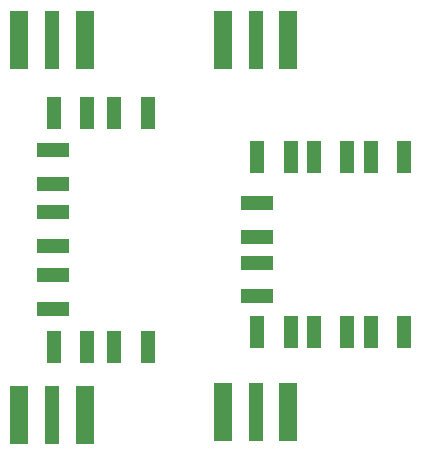
<source format=gbr>
%TF.GenerationSoftware,Altium Limited,Altium Designer,20.0.10 (225)*%
G04 Layer_Color=8421504*
%FSLAX26Y26*%
%MOIN*%
%TF.FileFunction,Paste,Top*%
%TF.Part,CustomerPanel*%
G01*
G75*
%TA.AperFunction,SMDPad,CuDef*%
%ADD10R,0.047244X0.196850*%
%ADD11R,0.062992X0.196850*%
%ADD12R,0.049213X0.106299*%
%ADD13R,0.106299X0.049213*%
D10*
X3305650Y3353189D02*
D03*
Y4592559D02*
D03*
X2627894Y4590591D02*
D03*
Y3343347D02*
D03*
D11*
X3414705Y3353189D02*
D03*
X3196595D02*
D03*
X3414705Y4592559D02*
D03*
X3196595D02*
D03*
X2736949Y4590591D02*
D03*
X2518839D02*
D03*
Y3343347D02*
D03*
X2736949D02*
D03*
D12*
X3689532Y4200905D02*
D03*
X3801736D02*
D03*
X3499532D02*
D03*
X3611736D02*
D03*
X3310634D02*
D03*
X3422839D02*
D03*
X3689532Y3617756D02*
D03*
X3801736D02*
D03*
X3499532D02*
D03*
X3611736D02*
D03*
X3310634D02*
D03*
X3422839D02*
D03*
X2835004Y3568543D02*
D03*
X2947209D02*
D03*
X2632878D02*
D03*
X2745083D02*
D03*
X2835004Y4348543D02*
D03*
X2947209D02*
D03*
X2632878D02*
D03*
X2745083D02*
D03*
D13*
X3309232Y4048661D02*
D03*
Y3936457D02*
D03*
Y3850118D02*
D03*
Y3737913D02*
D03*
X2630551Y3808543D02*
D03*
Y3696339D02*
D03*
Y4017146D02*
D03*
Y3904941D02*
D03*
Y4224646D02*
D03*
Y4112441D02*
D03*
%TF.MD5,e0255319f603adda3fedc05f4c812e00*%
M02*

</source>
